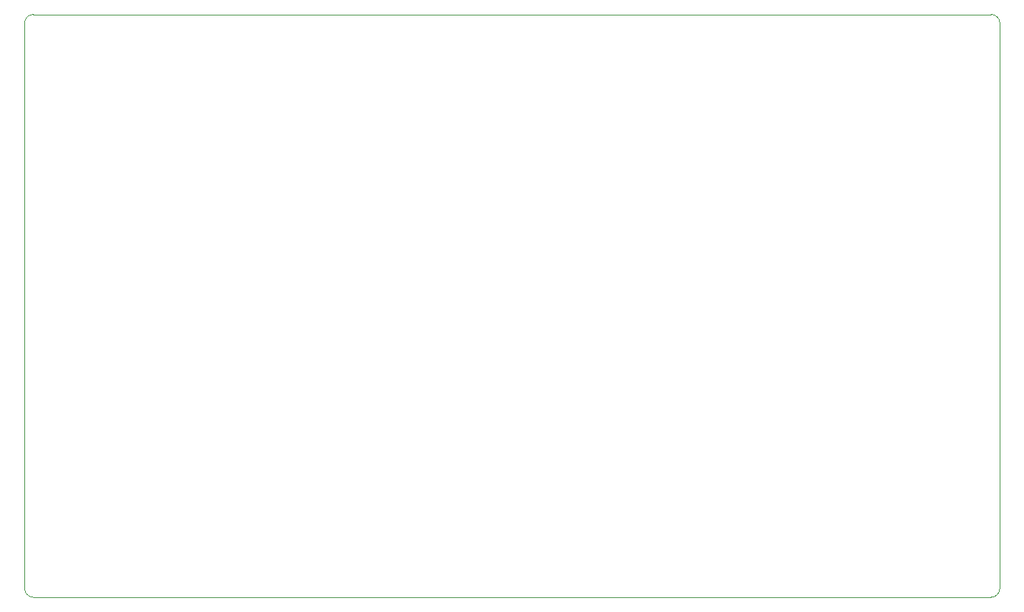
<source format=gbr>
G04 #@! TF.GenerationSoftware,KiCad,Pcbnew,(5.1.9)-1*
G04 #@! TF.CreationDate,2021-03-06T20:59:53-05:00*
G04 #@! TF.ProjectId,ya36,79613336-2e6b-4696-9361-645f70636258,rev?*
G04 #@! TF.SameCoordinates,Original*
G04 #@! TF.FileFunction,Profile,NP*
%FSLAX46Y46*%
G04 Gerber Fmt 4.6, Leading zero omitted, Abs format (unit mm)*
G04 Created by KiCad (PCBNEW (5.1.9)-1) date 2021-03-06 20:59:53*
%MOMM*%
%LPD*%
G01*
G04 APERTURE LIST*
G04 #@! TA.AperFunction,Profile*
%ADD10C,0.050000*%
G04 #@! TD*
G04 APERTURE END LIST*
D10*
X153000000Y-51000000D02*
X153000000Y-116000000D01*
X153000000Y-51000000D02*
G75*
G02*
X154000000Y-50000000I1000000J0D01*
G01*
X154000000Y-117000000D02*
X264000000Y-117000000D01*
X264000000Y-50000000D02*
G75*
G02*
X265000000Y-51000000I0J-1000000D01*
G01*
X154000000Y-117000000D02*
G75*
G02*
X153000000Y-116000000I0J1000000D01*
G01*
X265000000Y-116000000D02*
X265000000Y-51000000D01*
X264000000Y-50000000D02*
X154000000Y-50000000D01*
X265000000Y-116000000D02*
G75*
G02*
X264000000Y-117000000I-1000000J0D01*
G01*
M02*

</source>
